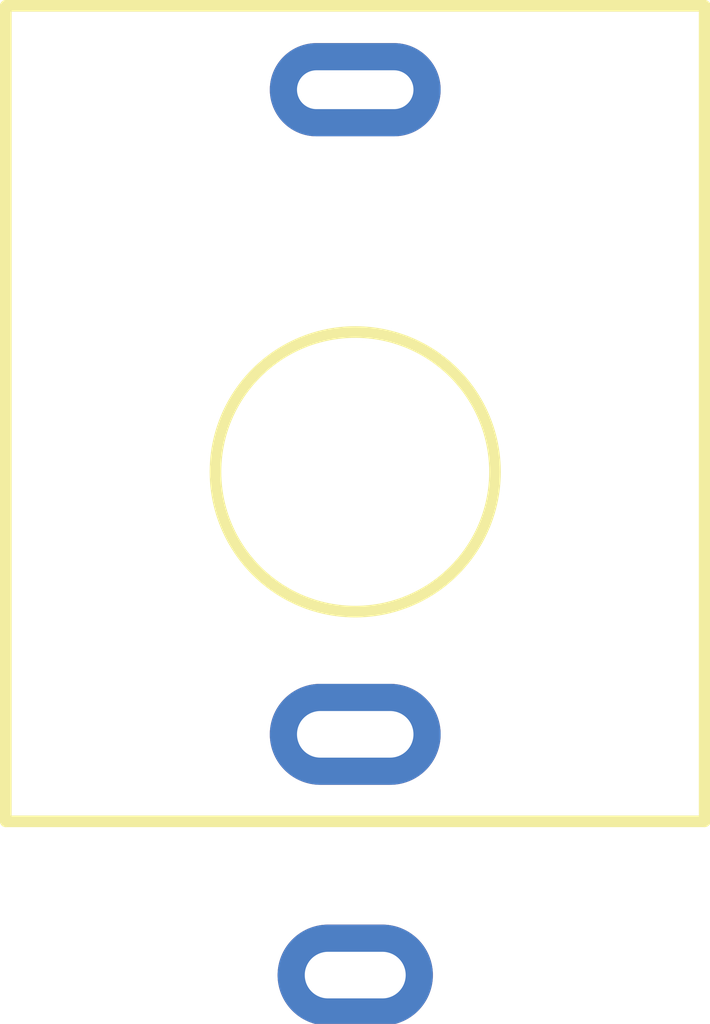
<source format=kicad_pcb>
(kicad_pcb (version 20171130) (host pcbnew "(5.1.9-0-10_14)")

  (general
    (thickness 1.6)
    (drawings 0)
    (tracks 0)
    (zones 0)
    (modules 1)
    (nets 4)
  )

  (page A4)
  (layers
    (0 F.Cu signal)
    (31 B.Cu signal)
    (32 B.Adhes user)
    (33 F.Adhes user)
    (34 B.Paste user)
    (35 F.Paste user)
    (36 B.SilkS user)
    (37 F.SilkS user)
    (38 B.Mask user)
    (39 F.Mask user)
    (40 Dwgs.User user)
    (41 Cmts.User user)
    (42 Eco1.User user)
    (43 Eco2.User user)
    (44 Edge.Cuts user)
    (45 Margin user)
    (46 B.CrtYd user hide)
    (47 F.CrtYd user hide)
    (48 B.Fab user hide)
    (49 F.Fab user hide)
  )

  (setup
    (last_trace_width 0.1524)
    (user_trace_width 0.1524)
    (user_trace_width 0.254)
    (user_trace_width 0.4064)
    (user_trace_width 0.635)
    (trace_clearance 0.1524)
    (zone_clearance 0.508)
    (zone_45_only no)
    (trace_min 0.1524)
    (via_size 0.6858)
    (via_drill 0.3048)
    (via_min_size 0.6858)
    (via_min_drill 0.3048)
    (uvia_size 0.3048)
    (uvia_drill 0.1524)
    (uvias_allowed no)
    (uvia_min_size 0.2)
    (uvia_min_drill 0.1)
    (edge_width 0.15)
    (segment_width 0.2)
    (pcb_text_width 0.3)
    (pcb_text_size 1.5 1.5)
    (mod_edge_width 0.15)
    (mod_text_size 1 1)
    (mod_text_width 0.15)
    (pad_size 2 1.3)
    (pad_drill 1.3)
    (pad_to_mask_clearance 0.2)
    (aux_axis_origin 0 0)
    (visible_elements FFFFFF7F)
    (pcbplotparams
      (layerselection 0x010fc_ffffffff)
      (usegerberextensions false)
      (usegerberattributes false)
      (usegerberadvancedattributes false)
      (creategerberjobfile false)
      (excludeedgelayer true)
      (linewidth 0.100000)
      (plotframeref false)
      (viasonmask false)
      (mode 1)
      (useauxorigin false)
      (hpglpennumber 1)
      (hpglpenspeed 20)
      (hpglpendiameter 15.000000)
      (psnegative false)
      (psa4output false)
      (plotreference true)
      (plotvalue true)
      (plotinvisibletext false)
      (padsonsilk false)
      (subtractmaskfromsilk false)
      (outputformat 1)
      (mirror false)
      (drillshape 1)
      (scaleselection 1)
      (outputdirectory ""))
  )

  (net 0 "")
  (net 1 GND)
  (net 2 "Net-(Pin0-Pad1)")
  (net 3 "Net-(Cascade0-Pad1)")

  (net_class Default "This is the default net class."
    (clearance 0.1524)
    (trace_width 0.1524)
    (via_dia 0.6858)
    (via_drill 0.3048)
    (uvia_dia 0.3048)
    (uvia_drill 0.1524)
    (diff_pair_width 0.1524)
    (diff_pair_gap 0.1524)
    (add_net GND)
    (add_net "Net-(Cascade0-Pad1)")
    (add_net "Net-(Pin0-Pad1)")
  )

  (module Connector_Thonk:ThonkiconnJack locked (layer F.Cu) (tedit 60CF9E73) (tstamp 608A8B61)
    (at 0 0)
    (path /5FC82E98)
    (fp_text reference ZZ1 (at 0 -7.5) (layer F.SilkS) hide
      (effects (font (size 1 1) (thickness 0.15)))
    )
    (fp_text value IN (at 0 9.3) (layer F.Fab)
      (effects (font (size 1 1) (thickness 0.15)))
    )
    (fp_line (start -4.5 4.5) (end 4.5 4.5) (layer F.SilkS) (width 0.15))
    (fp_line (start 4.5 -6) (end 4.5 4.5) (layer F.SilkS) (width 0.15))
    (fp_line (start -4.5 -6) (end -4.5 4.5) (layer F.SilkS) (width 0.15))
    (fp_line (start -4.5 -6) (end 4.5 -6) (layer F.SilkS) (width 0.15))
    (fp_circle (center 0 0) (end 1.8 0) (layer F.SilkS) (width 0.15))
    (pad "" np_thru_hole circle (at 0 0) (size 2.5 2.5) (drill 2.5) (layers *.Cu *.Mask))
    (pad T thru_hole oval (at 0 -4.92) (size 2.2 1.2) (drill oval 1.5 0.5) (layers *.Cu *.Mask)
      (net 2 "Net-(Pin0-Pad1)"))
    (pad TN thru_hole oval (at 0 3.38) (size 2.2 1.3) (drill oval 1.5 0.6) (layers *.Cu *.Mask)
      (net 3 "Net-(Cascade0-Pad1)"))
    (pad S thru_hole oval (at 0 6.48) (size 2 1.3) (drill oval 1.3 0.6) (layers *.Cu *.Mask)
      (net 1 GND))
  )

)

</source>
